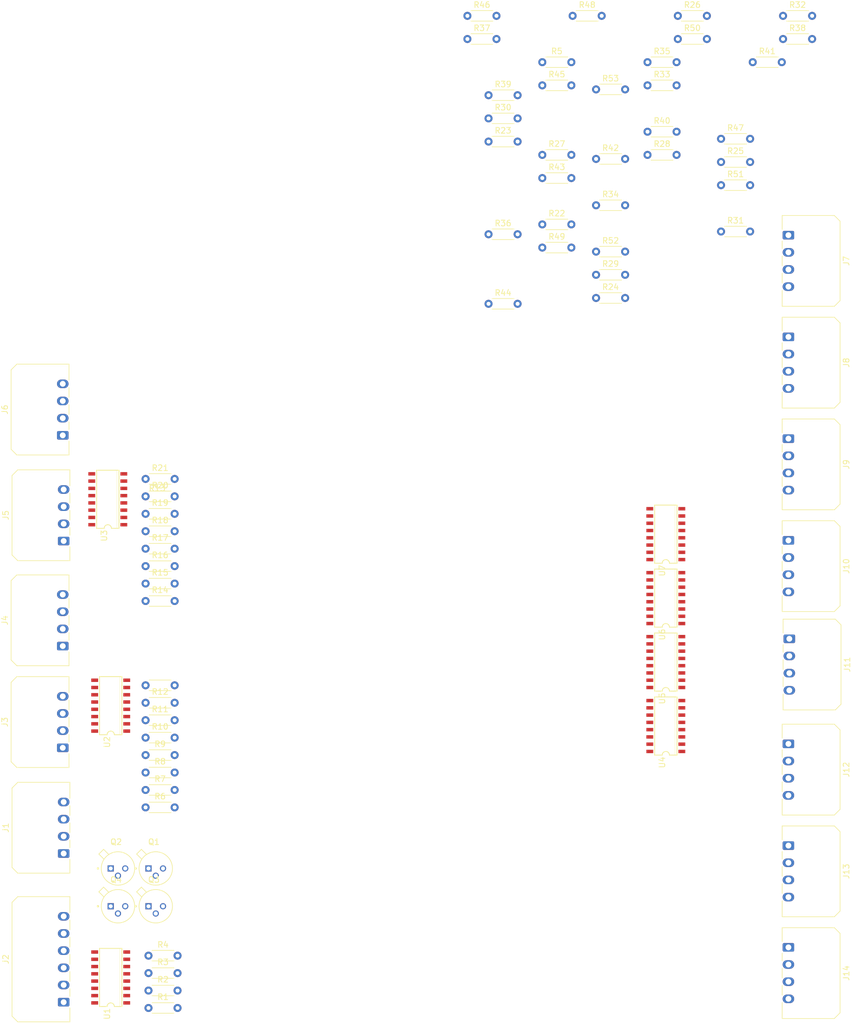
<source format=kicad_pcb>
(kicad_pcb (version 20211014) (generator pcbnew)
  (layers (0 "F.Cu" signal) (31 "B.Cu" signal) (34 "B.Paste" user) (35 "F.Paste" user) (36 "B.SilkS" user "B.Silkscreen") (37 "F.SilkS" user "F.Silkscreen") (38 "B.Mask" user) (39 "F.Mask" user) (44 "Edge.Cuts" user))
  (net 0 "")
  (net 1 "Net-(J1-Pad1)")
  (net 2 "Net-(J1-Pad2)")
  (net 3 "Net-(J1-Pad3)")
  (net 4 "Net-(J1-Pad4)")
  (net 5 "GND")
  (net 6 "Net-(J2-Pad2)")
  (net 7 "Net-(J2-Pad3)")
  (net 8 "Net-(J2-Pad4)")
  (net 9 "Net-(J2-Pad5)")
  (net 10 "+5V")
  (net 11 "Net-(J3-Pad1)")
  (net 12 "Net-(J3-Pad2)")
  (net 13 "Net-(J3-Pad3)")
  (net 14 "Net-(J3-Pad4)")
  (net 15 "Net-(J4-Pad1)")
  (net 16 "Net-(J4-Pad2)")
  (net 17 "Net-(J4-Pad3)")
  (net 18 "Net-(J4-Pad4)")
  (net 19 "Net-(J5-Pad1)")
  (net 20 "Net-(J5-Pad2)")
  (net 21 "Net-(J5-Pad3)")
  (net 22 "Net-(J5-Pad4)")
  (net 23 "Net-(J6-Pad1)")
  (net 24 "Net-(J6-Pad2)")
  (net 25 "Net-(J6-Pad3)")
  (net 26 "Net-(J6-Pad4)")
  (net 27 "Net-(J7-Pad1)")
  (net 28 "Net-(J7-Pad2)")
  (net 29 "Net-(J7-Pad3)")
  (net 30 "Net-(J7-Pad4)")
  (net 31 "Net-(J8-Pad1)")
  (net 32 "Net-(J8-Pad2)")
  (net 33 "Net-(J8-Pad3)")
  (net 34 "Net-(J8-Pad4)")
  (net 35 "Net-(J9-Pad1)")
  (net 36 "Net-(J9-Pad2)")
  (net 37 "Net-(J9-Pad3)")
  (net 38 "Net-(J9-Pad4)")
  (net 39 "Net-(J10-Pad1)")
  (net 40 "Net-(J10-Pad2)")
  (net 41 "Net-(J10-Pad3)")
  (net 42 "Net-(J10-Pad4)")
  (net 43 "Net-(J11-Pad1)")
  (net 44 "Net-(J11-Pad2)")
  (net 45 "Net-(J11-Pad3)")
  (net 46 "Net-(J11-Pad4)")
  (net 47 "Net-(J12-Pad1)")
  (net 48 "Net-(J12-Pad2)")
  (net 49 "Net-(J12-Pad3)")
  (net 50 "Net-(J12-Pad4)")
  (net 51 "Net-(J13-Pad1)")
  (net 52 "Net-(J13-Pad2)")
  (net 53 "Net-(J13-Pad3)")
  (net 54 "Net-(J13-Pad4)")
  (net 55 "Net-(J14-Pad1)")
  (net 56 "Net-(J14-Pad2)")
  (net 57 "Net-(J14-Pad3)")
  (net 58 "Net-(J14-Pad4)")
  (net 59 "Net-(J2-Pad6)")
  (net 60 "Net-(Q1-Pad2)")
  (net 61 "Net-(Q2-Pad2)")
  (net 62 "Net-(Q3-Pad2)")
  (net 63 "Net-(R1-Pad1)")
  (net 64 "Net-(R2-Pad1)")
  (net 65 "Net-(R3-Pad1)")
  (net 66 "Net-(R4-Pad1)")
  (net 67 "Net-(R6-Pad2)")
  (net 68 "Net-(R7-Pad2)")
  (net 69 "Net-(R8-Pad2)")
  (net 70 "Net-(R9-Pad2)")
  (net 71 "Net-(R10-Pad2)")
  (net 72 "Net-(R11-Pad2)")
  (net 73 "Net-(R12-Pad2)")
  (net 74 "Net-(R13-Pad2)")
  (net 75 "Net-(R14-Pad2)")
  (net 76 "Net-(R15-Pad2)")
  (net 77 "Net-(R16-Pad2)")
  (net 78 "Net-(R17-Pad2)")
  (net 79 "Net-(R18-Pad2)")
  (net 80 "Net-(R19-Pad2)")
  (net 81 "Net-(R20-Pad2)")
  (net 82 "Net-(R21-Pad2)")
  (net 83 "Net-(R22-Pad2)")
  (net 84 "Net-(R23-Pad2)")
  (net 85 "Net-(R24-Pad2)")
  (net 86 "Net-(R25-Pad2)")
  (net 87 "Net-(R26-Pad2)")
  (net 88 "Net-(R27-Pad2)")
  (net 89 "Net-(R28-Pad2)")
  (net 90 "Net-(R29-Pad2)")
  (net 91 "Net-(R30-Pad2)")
  (net 92 "Net-(R31-Pad2)")
  (net 93 "Net-(R32-Pad2)")
  (net 94 "Net-(R33-Pad2)")
  (net 95 "Net-(R34-Pad2)")
  (net 96 "Net-(R35-Pad2)")
  (net 97 "Net-(R36-Pad2)")
  (net 98 "Net-(R37-Pad2)")
  (net 99 "Net-(R38-Pad2)")
  (net 100 "Net-(R39-Pad2)")
  (net 101 "Net-(R40-Pad2)")
  (net 102 "Net-(R41-Pad2)")
  (net 103 "Net-(R42-Pad2)")
  (net 104 "Net-(R43-Pad2)")
  (net 105 "Net-(R44-Pad2)")
  (net 106 "Net-(R45-Pad2)")
  (net 107 "Net-(R46-Pad2)")
  (net 108 "Net-(R47-Pad2)")
  (net 109 "Net-(R48-Pad2)")
  (net 110 "Net-(R49-Pad2)")
  (net 111 "Net-(R50-Pad2)")
  (net 112 "Net-(R51-Pad2)")
  (net 113 "Net-(R52-Pad2)")
  (net 114 "Net-(R53-Pad2)")
  (net 119 "Net-(U1-Pad9)")
  (net 120 "Net-(U2-Pad9)")
  (net 121 "Net-(U3-Pad9)")
  (net 122 "Net-(U4-Pad9)")
  (net 123 "Net-(U5-Pad9)")
  (net 124 "Net-(U6-Pad9)")
  (net 126 "Net-(Q4-Pad2)")
  (footprint "Resistor_THT:R_Axial_DIN0204_L3.6mm_D1.6mm_P5.08mm_Horizontal" (layer "F.Cu") (at 96.012 34.544)
    (fp_text reference "R39" (at 2.54 -1.92) (layer "F.SilkS"))
    (fp_text value "330")
    (pad "1" thru_hole circle locked (at 0 0) (size 1.4 1.4) (drill 0.7) (layers *.Cu *.Mask) (net 45 "Net-(J11-Pad3)"))
    (pad "2" thru_hole oval locked (at 5.08 0) (size 1.4 1.4) (drill 0.7) (layers *.Cu *.Mask) (net 100 "Net-(R39-Pad2)"))
  )
  (footprint "74HC595:SO16" (layer "F.Cu") (at 127 111.252 90)
    (fp_text reference "U7" (at -6.36252 -0.63624 90) (layer "F.SilkS") (effects (font (size 1.001969 1.001969))))
    (fp_text value "74HC595")
    (pad "1" smd rect locked (at -4.445 2.8 90) (size 0.6 1.2) (layers "F.Cu" "F.Paste" "F.Mask") (net 113 "Net-(R52-Pad2)"))
    (pad "2" smd rect locked (at -3.175 2.8 90) (size 0.6 1.2) (layers "F.Cu" "F.Paste" "F.Mask") (net 112 "Net-(R51-Pad2)"))
    (pad "3" smd rect locked (at -1.905 2.8 90) (size 0.6 1.2) (layers "F.Cu" "F.Paste" "F.Mask") (net 111 "Net-(R50-Pad2)"))
    (pad "4" smd rect locked (at -0.635 2.8 90) (size 0.6 1.2) (layers "F.Cu" "F.Paste" "F.Mask") (net 110 "Net-(R49-Pad2)"))
    (pad "5" smd rect locked (at 0.635 2.8 90) (size 0.6 1.2) (layers "F.Cu" "F.Paste" "F.Mask") (net 109 "Net-(R48-Pad2)"))
    (pad "6" smd rect locked (at 1.905 2.8 90) (size 0.6 1.2) (layers "F.Cu" "F.Paste" "F.Mask") (net 108 "Net-(R47-Pad2)"))
    (pad "7" smd rect locked (at 3.175 2.8 90) (size 0.6 1.2) (layers "F.Cu" "F.Paste" "F.Mask") (net 107 "Net-(R46-Pad2)"))
    (pad "8" smd rect locked (at 4.445 2.8 90) (size 0.6 1.2) (layers "F.Cu" "F.Paste" "F.Mask") (net 5 "GND"))
    (pad "9" smd rect locked (at 4.445 -2.8 90) (size 0.6 1.2) (layers "F.Cu" "F.Paste" "F.Mask"))
    (pad "10" smd rect locked (at 3.175 -2.8 90) (size 0.6 1.2) (layers "F.Cu" "F.Paste" "F.Mask") (net 59 "Net-(J2-Pad6)"))
    (pad "11" smd rect locked (at 1.905 -2.8 90) (size 0.6 1.2) (layers "F.Cu" "F.Paste" "F.Mask") (net 9 "Net-(J2-Pad5)"))
    (pad "12" smd rect locked (at 0.635 -2.8 90) (size 0.6 1.2) (layers "F.Cu" "F.Paste" "F.Mask") (net 7 "Net-(J2-Pad3)"))
    (pad "13" smd rect locked (at -0.635 -2.8 90) (size 0.6 1.2) (layers "F.Cu" "F.Paste" "F.Mask") (net 6 "Net-(J2-Pad2)"))
    (pad "14" smd rect locked (at -1.905 -2.8 90) (size 0.6 1.2) (layers "F.Cu" "F.Paste" "F.Mask") (net 124 "Net-(U6-Pad9)"))
    (pad "15" smd rect locked (at -3.175 -2.8 90) (size 0.6 1.2) (layers "F.Cu" "F.Paste" "F.Mask") (net 114 "Net-(R53-Pad2)"))
    (pad "16" smd rect locked (at -4.445 -2.8 90) (size 0.6 1.2) (layers "F.Cu" "F.Paste" "F.Mask") (net 59 "Net-(J2-Pad6)"))
  )
  (footprint "Resistor_THT:R_Axial_DIN0204_L3.6mm_D1.6mm_P5.08mm_Horizontal" (layer "F.Cu") (at 96.012 42.644)
    (fp_text reference "R23" (at 2.54 -1.92) (layer "F.SilkS"))
    (fp_text value "330")
    (pad "1" thru_hole circle locked (at 0 0) (size 1.4 1.4) (drill 0.7) (layers *.Cu *.Mask) (net 29 "Net-(J7-Pad3)"))
    (pad "2" thru_hole oval locked (at 5.08 0) (size 1.4 1.4) (drill 0.7) (layers *.Cu *.Mask) (net 84 "Net-(R23-Pad2)"))
  )
  (footprint "74HC595:SO16" (layer "F.Cu") (at 29.972 141.224 90)
    (fp_text reference "U2" (at -6.36252 -0.63624 90) (layer "F.SilkS") (effects (font (size 1.001969 1.001969))))
    (fp_text value "74HC595")
    (pad "1" smd rect locked (at -4.445 2.8 90) (size 0.6 1.2) (layers "F.Cu" "F.Paste" "F.Mask") (net 73 "Net-(R12-Pad2)"))
    (pad "2" smd rect locked (at -3.175 2.8 90) (size 0.6 1.2) (layers "F.Cu" "F.Paste" "F.Mask") (net 72 "Net-(R11-Pad2)"))
    (pad "3" smd rect locked (at -1.905 2.8 90) (size 0.6 1.2) (layers "F.Cu" "F.Paste" "F.Mask") (net 71 "Net-(R10-Pad2)"))
    (pad "4" smd rect locked (at -0.635 2.8 90) (size 0.6 1.2) (layers "F.Cu" "F.Paste" "F.Mask") (net 70 "Net-(R9-Pad2)"))
    (pad "5" smd rect locked (at 0.635 2.8 90) (size 0.6 1.2) (layers "F.Cu" "F.Paste" "F.Mask") (net 69 "Net-(R8-Pad2)"))
    (pad "6" smd rect locked (at 1.905 2.8 90) (size 0.6 1.2) (layers "F.Cu" "F.Paste" "F.Mask") (net 68 "Net-(R7-Pad2)"))
    (pad "7" smd rect locked (at 3.175 2.8 90) (size 0.6 1.2) (layers "F.Cu" "F.Paste" "F.Mask") (net 67 "Net-(R6-Pad2)"))
    (pad "8" smd rect locked (at 4.445 2.8 90) (size 0.6 1.2) (layers "F.Cu" "F.Paste" "F.Mask") (net 5 "GND"))
    (pad "9" smd rect locked (at 4.445 -2.8 90) (size 0.6 1.2) (layers "F.Cu" "F.Paste" "F.Mask") (net 120 "Net-(U2-Pad9)"))
    (pad "10" smd rect locked (at 3.175 -2.8 90) (size 0.6 1.2) (layers "F.Cu" "F.Paste" "F.Mask") (net 59 "Net-(J2-Pad6)"))
    (pad "11" smd rect locked (at 1.905 -2.8 90) (size 0.6 1.2) (layers "F.Cu" "F.Paste" "F.Mask") (net 9 "Net-(J2-Pad5)"))
    (pad "12" smd rect locked (at 0.635 -2.8 90) (size 0.6 1.2) (layers "F.Cu" "F.Paste" "F.Mask") (net 7 "Net-(J2-Pad3)"))
    (pad "13" smd rect locked (at -0.635 -2.8 90) (size 0.6 1.2) (layers "F.Cu" "F.Paste" "F.Mask") (net 6 "Net-(J2-Pad2)"))
    (pad "14" smd rect locked (at -1.905 -2.8 90) (size 0.6 1.2) (layers "F.Cu" "F.Paste" "F.Mask") (net 119 "Net-(U1-Pad9)"))
    (pad "15" smd rect locked (at -3.175 -2.8 90) (size 0.6 1.2) (layers "F.Cu" "F.Paste" "F.Mask") (net 74 "Net-(R13-Pad2)"))
    (pad "16" smd rect locked (at -4.445 -2.8 90) (size 0.6 1.2) (layers "F.Cu" "F.Paste" "F.Mask") (net 59 "Net-(J2-Pad6)"))
  )
  (footprint "Resistor_THT:R_Axial_DIN0204_L3.6mm_D1.6mm_P5.08mm_Horizontal" (layer "F.Cu") (at 114.808 33.528)
    (fp_text reference "R53" (at 2.54 -1.92) (layer "F.SilkS"))
    (fp_text value "330")
    (pad "1" thru_hole circle locked (at 0 0) (size 1.4 1.4) (drill 0.7) (layers *.Cu *.Mask) (net 55 "Net-(J14-Pad1)"))
    (pad "2" thru_hole oval locked (at 5.08 0) (size 1.4 1.4) (drill 0.7) (layers *.Cu *.Mask) (net 114 "Net-(R53-Pad2)"))
  )
  (footprint "Connector_Molex:Molex_Micro-Fit_3.0_43650-0400_1x04_P3.00mm_Horizontal" (layer "F.Cu") (at 21.59 130.81 90)
    (fp_text reference "J4" (at 4.5 -10.12 90) (layer "F.SilkS"))
    (fp_text value "Conn_01x04_Female")
    (pad "" np_thru_hole circle locked (at 2.15 -4.32 90) (size 3 3) (drill 3) (layers *.Cu *.Mask))
    (pad "" np_thru_hole circle locked (at 6.85 -4.32 90) (size 3 3) (drill 3) (layers *.Cu *.Mask))
    (pad "1" thru_hole roundrect locked (at 0 0 90) (size 1.5 2.02) (drill 1.02) (layers *.Cu *.Mask) (roundrect_rratio 0.166667) (net 15 "Net-(J4-Pad1)"))
    (pad "2" thru_hole oval locked (at 3 0 90) (size 1.5 2.02) (drill 1.02) (layers *.Cu *.Mask) (net 16 "Net-(J4-Pad2)"))
    (pad "3" thru_hole oval locked (at 6 0 90) (size 1.5 2.02) (drill 1.02) (layers *.Cu *.Mask) (net 17 "Net-(J4-Pad3)"))
    (pad "4" thru_hole oval locked (at 9 0 90) (size 1.5 2.02) (drill 1.02) (layers *.Cu *.Mask) (net 18 "Net-(J4-Pad4)"))
  )
  (footprint "Resistor_THT:R_Axial_DIN0204_L3.6mm_D1.6mm_P5.08mm_Horizontal" (layer "F.Cu") (at 36.068 122.936)
    (fp_text reference "R14" (at 2.54 -1.92) (layer "F.SilkS"))
    (fp_text value "330")
    (pad "1" thru_hole circle locked (at 0 0) (size 1.4 1.4) (drill 0.7) (layers *.Cu *.Mask) (net 22 "Net-(J5-Pad4)"))
    (pad "2" thru_hole oval locked (at 5.08 0) (size 1.4 1.4) (drill 0.7) (layers *.Cu *.Mask) (net 75 "Net-(R14-Pad2)"))
  )
  (footprint "Resistor_THT:R_Axial_DIN0204_L3.6mm_D1.6mm_P5.08mm_Horizontal" (layer "F.Cu") (at 105.41 28.772)
    (fp_text reference "R5" (at 2.54 -1.92) (layer "F.SilkS"))
    (fp_text value "10000")
    (pad "1" thru_hole circle locked (at 0 0) (size 1.4 1.4) (drill 0.7) (layers *.Cu *.Mask) (net 10 "+5V"))
    (pad "2" thru_hole oval locked (at 5.08 0) (size 1.4 1.4) (drill 0.7) (layers *.Cu *.Mask) (net 6 "Net-(J2-Pad2)"))
  )
  (footprint "Resistor_THT:R_Axial_DIN0204_L3.6mm_D1.6mm_P5.08mm_Horizontal" (layer "F.Cu") (at 36.068 107.696)
    (fp_text reference "R19" (at 2.54 -1.92) (layer "F.SilkS"))
    (fp_text value "330")
    (pad "1" thru_hole circle locked (at 0 0) (size 1.4 1.4) (drill 0.7) (layers *.Cu *.Mask) (net 25 "Net-(J6-Pad3)"))
    (pad "2" thru_hole oval locked (at 5.08 0) (size 1.4 1.4) (drill 0.7) (layers *.Cu *.Mask) (net 80 "Net-(R19-Pad2)"))
  )
  (footprint "Resistor_THT:R_Axial_DIN0204_L3.6mm_D1.6mm_P5.08mm_Horizontal" (layer "F.Cu") (at 136.652 42.164)
    (fp_text reference "R47" (at 2.54 -1.92) (layer "F.SilkS"))
    (fp_text value "330")
    (pad "1" thru_hole circle locked (at 0 0) (size 1.4 1.4) (drill 0.7) (layers *.Cu *.Mask) (net 53 "Net-(J13-Pad3)"))
    (pad "2" thru_hole oval locked (at 5.08 0) (size 1.4 1.4) (drill 0.7) (layers *.Cu *.Mask) (net 108 "Net-(R47-Pad2)"))
  )
  (footprint "Connector_Molex:Molex_Micro-Fit_3.0_43650-0400_1x04_P3.00mm_Horizontal" (layer "F.Cu") (at 148.43 59 -90)
    (fp_text reference "J7" (at 4.5 -10.12 90) (layer "F.SilkS"))
    (fp_text value "Conn_01x04_Female")
    (pad "" np_thru_hole circle locked (at 2.15 -4.32 270) (size 3 3) (drill 3) (layers *.Cu *.Mask))
    (pad "" np_thru_hole circle locked (at 6.85 -4.32 270) (size 3 3) (drill 3) (layers *.Cu *.Mask))
    (pad "1" thru_hole roundrect locked (at 0 0 270) (size 1.5 2.02) (drill 1.02) (layers *.Cu *.Mask) (roundrect_rratio 0.166667) (net 27 "Net-(J7-Pad1)"))
    (pad "2" thru_hole oval locked (at 3 0 270) (size 1.5 2.02) (drill 1.02) (layers *.Cu *.Mask) (net 28 "Net-(J7-Pad2)"))
    (pad "3" thru_hole oval locked (at 6 0 270) (size 1.5 2.02) (drill 1.02) (layers *.Cu *.Mask) (net 29 "Net-(J7-Pad3)"))
    (pad "4" thru_hole oval locked (at 9 0 270) (size 1.5 2.02) (drill 1.02) (layers *.Cu *.Mask) (net 30 "Net-(J7-Pad4)"))
  )
  (footprint "Resistor_THT:R_Axial_DIN0204_L3.6mm_D1.6mm_P5.08mm_Horizontal" (layer "F.Cu") (at 136.652 50.264)
    (fp_text reference "R51" (at 2.54 -1.92) (layer "F.SilkS"))
    (fp_text value "330")
    (pad "1" thru_hole circle locked (at 0 0) (size 1.4 1.4) (drill 0.7) (layers *.Cu *.Mask) (net 57 "Net-(J14-Pad3)"))
    (pad "2" thru_hole oval locked (at 5.08 0) (size 1.4 1.4) (drill 0.7) (layers *.Cu *.Mask) (net 112 "Net-(R51-Pad2)"))
  )
  (footprint "Resistor_THT:R_Axial_DIN0204_L3.6mm_D1.6mm_P5.08mm_Horizontal" (layer "F.Cu") (at 36.068 116.84)
    (fp_text reference "R16" (at 2.54 -1.92) (layer "F.SilkS"))
    (fp_text value "330")
    (pad "1" thru_hole circle locked (at 0 0) (size 1.4 1.4) (drill 0.7) (layers *.Cu *.Mask) (net 20 "Net-(J5-Pad2)"))
    (pad "2" thru_hole oval locked (at 5.08 0) (size 1.4 1.4) (drill 0.7) (layers *.Cu *.Mask) (net 77 "Net-(R16-Pad2)"))
  )
  (footprint "Resistor_THT:R_Axial_DIN0204_L3.6mm_D1.6mm_P5.08mm_Horizontal" (layer "F.Cu") (at 136.652 46.214)
    (fp_text reference "R25" (at 2.54 -1.92) (layer "F.SilkS"))
    (fp_text value "330")
    (pad "1" thru_hole circle locked (at 0 0) (size 1.4 1.4) (drill 0.7) (layers *.Cu *.Mask) (net 27 "Net-(J7-Pad1)"))
    (pad "2" thru_hole oval locked (at 5.08 0) (size 1.4 1.4) (drill 0.7) (layers *.Cu *.Mask) (net 86 "Net-(R25-Pad2)"))
  )
  (footprint "74HC595:SO16" (layer "F.Cu") (at 127 144.78 90)
    (fp_text reference "U4" (at -6.36252 -0.63624 90) (layer "F.SilkS") (effects (font (size 1.001969 1.001969))))
    (fp_text value "74HC595")
    (pad "1" smd rect locked (at -4.445 2.8 90) (size 0.6 1.2) (layers "F.Cu" "F.Paste" "F.Mask") (net 89 "Net-(R28-Pad2)"))
    (pad "2" smd rect locked (at -3.175 2.8 90) (size 0.6 1.2) (layers "F.Cu" "F.Paste" "F.Mask") (net 88 "Net-(R27-Pad2)"))
    (pad "3" smd rect locked (at -1.905 2.8 90) (size 0.6 1.2) (layers "F.Cu" "F.Paste" "F.Mask") (net 87 "Net-(R26-Pad2)"))
    (pad "4" smd rect locked (at -0.635 2.8 90) (size 0.6 1.2) (layers "F.Cu" "F.Paste" "F.Mask") (net 86 "Net-(R25-Pad2)"))
    (pad "5" smd rect locked (at 0.635 2.8 90) (size 0.6 1.2) (layers "F.Cu" "F.Paste" "F.Mask") (net 85 "Net-(R24-Pad2)"))
    (pad "6" smd rect locked (at 1.905 2.8 90) (size 0.6 1.2) (layers "F.Cu" "F.Paste" "F.Mask") (net 84 "Net-(R23-Pad2)"))
    (pad "7" smd rect locked (at 3.175 2.8 90) (size 0.6 1.2) (layers "F.Cu" "F.Paste" "F.Mask") (net 83 "Net-(R22-Pad2)"))
    (pad "8" smd rect locked (at 4.445 2.8 90) (size 0.6 1.2) (layers "F.Cu" "F.Paste" "F.Mask") (net 5 "GND"))
    (pad "9" smd rect locked (at 4.445 -2.8 90) (size 0.6 1.2) (layers "F.Cu" "F.Paste" "F.Mask") (net 122 "Net-(U4-Pad9)"))
    (pad "10" smd rect locked (at 3.175 -2.8 90) (size 0.6 1.2) (layers "F.Cu" "F.Paste" "F.Mask") (net 59 "Net-(J2-Pad6)"))
    (pad "11" smd rect locked (at 1.905 -2.8 90) (size 0.6 1.2) (layers "F.Cu" "F.Paste" "F.Mask") (net 9 "Net-(J2-Pad5)"))
    (pad "12" smd rect locked (at 0.635 -2.8 90) (size 0.6 1.2) (layers "F.Cu" "F.Paste" "F.Mask") (net 7 "Net-(J2-Pad3)"))
    (pad "13" smd rect locked (at -0.635 -2.8 90) (size 0.6 1.2) (layers "F.Cu" "F.Paste" "F.Mask") (net 6 "Net-(J2-Pad2)"))
    (pad "14" smd rect locked (at -1.905 -2.8 90) (size 0.6 1.2) (layers "F.Cu" "F.Paste" "F.Mask") (net 121 "Net-(U3-Pad9)"))
    (pad "15" smd rect locked (at -3.175 -2.8 90) (size 0.6 1.2) (layers "F.Cu" "F.Paste" "F.Mask") (net 90 "Net-(R29-Pad2)"))
    (pad "16" smd rect locked (at -4.445 -2.8 90) (size 0.6 1.2) (layers "F.Cu" "F.Paste" "F.Mask") (net 59 "Net-(J2-Pad6)"))
  )
  (footprint "Resistor_THT:R_Axial_DIN0204_L3.6mm_D1.6mm_P5.08mm_Horizontal" (layer "F.Cu") (at 36.068 101.6)
    (fp_text reference "R21" (at 2.54 -1.92) (layer "F.SilkS"))
    (fp_text value "330")
    (pad "1" thru_hole circle locked (at 0 0) (size 1.4 1.4) (drill 0.7) (layers *.Cu *.Mask) (net 23 "Net-(J6-Pad1)"))
    (pad "2" thru_hole oval locked (at 5.08 0) (size 1.4 1.4) (drill 0.7) (layers *.Cu *.Mask) (net 82 "Net-(R21-Pad2)"))
  )
  (footprint "2N2222:TO127P584H533-3" (layer "F.Cu") (at 37.846 169.672)
    (fp_text reference "Q1" (at -0.325 -4.635) (layer "F.SilkS"))
    (fp_text value "2N2222")
    (pad "1" thru_hole rect locked (at -1.27 0) (size 1.08 1.08) (drill 0.68) (layers *.Cu *.Mask) (net 4 "Net-(J1-Pad4)"))
    (pad "2" thru_hole circle locked (at 0 1.27) (size 1.08 1.08) (drill 0.68) (layers *.Cu *.Mask) (net 60 "Net-(Q1-Pad2)"))
    (pad "3" thru_hole circle locked (at 1.27 0) (size 1.08 1.08) (drill 0.68) (layers *.Cu *.Mask) (net 5 "GND"))
  )
  (footprint "Resistor_THT:R_Axial_DIN0204_L3.6mm_D1.6mm_P5.08mm_Horizontal" (layer "F.Cu") (at 36.068 146.812)
    (fp_text reference "R10" (at 2.54 -1.92) (layer "F.SilkS"))
    (fp_text value "330")
    (pad "1" thru_hole circle locked (at 0 0) (size 1.4 1.4) (drill 0.7) (layers *.Cu *.Mask) (net 18 "Net-(J4-Pad4)"))
    (pad "2" thru_hole oval locked (at 5.08 0) (size 1.4 1.4) (drill 0.7) (layers *.Cu *.Mask) (net 71 "Net-(R10-Pad2)"))
  )
  (footprint "Resistor_THT:R_Axial_DIN0204_L3.6mm_D1.6mm_P5.08mm_Horizontal" (layer "F.Cu") (at 114.808 65.928)
    (fp_text reference "R29" (at 2.54 -1.92) (layer "F.SilkS"))
    (fp_text value "330")
    (pad "1" thru_hole circle locked (at 0 0) (size 1.4 1.4) (drill 0.7) (layers *.Cu *.Mask) (net 31 "Net-(J8-Pad1)"))
    (pad "2" thru_hole oval locked (at 5.08 0) (size 1.4 1.4) (drill 0.7) (layers *.Cu *.Mask) (net 90 "Net-(R29-Pad2)"))
  )
  (footprint "Resistor_THT:R_Axial_DIN0204_L3.6mm_D1.6mm_P5.08mm_Horizontal" (layer "F.Cu") (at 96.012 38.594)
    (fp_text reference "R30" (at 2.54 -1.92) (layer "F.SilkS"))
    (fp_text value "330")
    (pad "1" thru_hole circle locked (at 0 0) (size 1.4 1.4) (drill 0.7) (layers *.Cu *.Mask) (net 38 "Net-(J9-Pad4)"))
    (pad "2" thru_hole oval locked (at 5.08 0) (size 1.4 1.4) (drill 0.7) (layers *.Cu *.Mask) (net 91 "Net-(R30-Pad2)"))
  )
  (footprint "Resistor_THT:R_Axial_DIN0204_L3.6mm_D1.6mm_P5.08mm_Horizontal" (layer "F.Cu") (at 36.068 104.648)
    (fp_text reference "R20" (at 2.54 -1.92) (layer "F.SilkS"))
    (fp_text value "330")
    (pad "1" thru_hole circle locked (at 0 0) (size 1.4 1.4) (drill 0.7) (layers *.Cu *.Mask) (net 24 "Net-(J6-Pad2)"))
    (pad "2" thru_hole oval locked (at 5.08 0) (size 1.4 1.4) (drill 0.7) (layers *.Cu *.Mask) (net 81 "Net-(R20-Pad2)"))
  )
  (footprint "Resistor_THT:R_Axial_DIN0204_L3.6mm_D1.6mm_P5.08mm_Horizontal" (layer "F.Cu") (at 129.1 24.722)
    (fp_text reference "R50" (at 2.54 -1.92) (layer "F.SilkS"))
    (fp_text value "330")
    (pad "1" thru_hole circle locked (at 0 0) (size 1.4 1.4) (drill 0.7) (layers *.Cu *.Mask) (net 58 "Net-(J14-Pad4)"))
    (pad "2" thru_hole oval locked (at 5.08 0) (size 1.4 1.4) (drill 0.7) (layers *.Cu *.Mask) (net 111 "Net-(R50-Pad2)"))
  )
  (footprint "Resistor_THT:R_Axial_DIN0204_L3.6mm_D1.6mm_P5.08mm_Horizontal" (layer "F.Cu") (at 105.41 61.172)
    (fp_text reference "R49" (at 2.54 -1.92) (layer "F.SilkS"))
    (fp_text value "330")
    (pad "1" thru_hole circle locked (at 0 0) (size 1.4 1.4) (drill 0.7) (layers *.Cu *.Mask) (net 51 "Net-(J13-Pad1)"))
    (pad "2" thru_hole oval locked (at 5.08 0) (size 1.4 1.4) (drill 0.7) (layers *.Cu *.Mask) (net 110 "Net-(R49-Pad2)"))
  )
  (footprint "Resistor_THT:R_Axial_DIN0204_L3.6mm_D1.6mm_P5.08mm_Horizontal" (layer "F.Cu") (at 114.808 69.978)
    (fp_text reference "R24" (at 2.54 -1.92) (layer "F.SilkS"))
    (fp_text value "330")
    (pad "1" thru_hole circle locked (at 0 0) (size 1.4 1.4) (drill 0.7) (layers *.Cu *.Mask) (net 28 "Net-(J7-Pad2)"))
    (pad "2" thru_hole oval locked (at 5.08 0) (size 1.4 1.4) (drill 0.7) (layers *.Cu *.Mask) (net 85 "Net-(R24-Pad2)"))
  )
  (footprint "Resistor_THT:R_Axial_DIN0204_L3.6mm_D1.6mm_P5.08mm_Horizontal" (layer "F.Cu") (at 123.8 44.972)
    (fp_text reference "R28" (at 2.54 -1.92) (layer "F.SilkS"))
    (fp_text value "330")
    (pad "1" thru_hole circle locked (at 0 0) (size 1.4 1.4) (drill 0.7) (layers *.Cu *.Mask) (net 32 "Net-(J8-Pad2)"))
    (pad "2" thru_hole oval locked (at 5.08 0) (size 1.4 1.4) (drill 0.7) (layers *.Cu *.Mask) (net 89 "Net-(R28-Pad2)"))
  )
  (footprint "74HC595:SO16" (layer "F.Cu") (at 127 122.428 90)
    (fp_text reference "U6" (at -6.36252 -0.63624 90) (layer "F.SilkS") (effects (font (size 1.001969 1.001969))))
    (fp_text value "74HC595")
    (pad "1" smd rect locked (at -4.445 2.8 90) (size 0.6 1.2) (layers "F.Cu" "F.Paste" "F.Mask") (net 105 "Net-(R44-Pad2)"))
    (pad "2" smd rect locked (at -3.175 2.8 90) (size 0.6 1.2) (layers "F.Cu" "F.Paste" "F.Mask") (net 104 "Net-(R43-Pad2)"))
    (pad "3" smd rect locked (at -1.905 2.8 90) (size 0.6 1.2) (layers "F.Cu" "F.Paste" "F.Mask") (net 103 "Net-(R42-Pad2)"))
    (pad "4" smd rect locked (at -0.635 2.8 90) (size 0.6 1.2) (layers "F.Cu" "F.Paste" "F.Mask") (net 102 "Net-(R41-Pad2)"))
    (pad "5" smd rect locked (at 0.635 2.8 90) (size 0.6 1.2) (layers "F.Cu" "F.Paste" "F.Mask") (net 101 "Net-(R40-Pad2)"))
    (pad "6" smd rect locked (at 1.905 2.8 90) (size 0.6 1.2) (layers "F.Cu" "F.Paste" "F.Mask") (net 100 "Net-(R39-Pad2)"))
    (pad "7" smd rect locked (at 3.175 2.8 90) (size 0.6 1.2) (layers "F.Cu" "F.Paste" "F.Mask") (net 99 "Net-(R38-Pad2)"))
    (pad "8" smd rect locked (at 4.445 2.8 90) (size 0.6 1.2) (layers "F.Cu" "F.Paste" "F.Mask") (net 5 "GND"))
    (pad "9" smd rect locked (at 4.445 -2.8 90) (size 0.6 1.2) (layers "F.Cu" "F.Paste" "F.Mask") (net 124 "Net-(U6-Pad9)"))
    (pad "10" smd rect locked (at 3.175 -2.8 90) (size 0.6 1.2) (layers "F.Cu" "F.Paste" "F.Mask") (net 59 "Net-(J2-Pad6)"))
    (pad "11" smd rect locked (at 1.905 -2.8 90) (size 0.6 1.2) (layers "F.Cu" "F.Paste" "F.Mask") (net 9 "Net-(J2-Pad5)"))
    (pad "12" smd rect locked (at 0.635 -2.8 90) (size 0.6 1.2) (layers "F.Cu" "F.Paste" "F.Mask") (net 7 "Net-(J2-Pad3)"))
    (pad "13" smd rect locked (at -0.635 -2.8 90) (size 0.6 1.2) (layers "F.Cu" "F.Paste" "F.Mask") (net 6 "Net-(J2-Pad2)"))
    (pad "14" smd rect locked (at -1.905 -2.8 90) (size 0.6 1.2) (layers "F.Cu" "F.Paste" "F.Mask") (net 123 "Net-(U5-Pad9)"))
    (pad "15" smd rect locked (at -3.175 -2.8 90) (size 0.6 1.2) (layers "F.Cu" "F.Paste" "F.Mask") (net 106 "Net-(R45-Pad2)"))
    (pad "16" smd rect locked (at -4.445 -2.8 90) (size 0.6 1.2) (layers "F.Cu" "F.Paste" "F.Mask") (net 59 "Net-(J2-Pad6)"))
  )
  (footprint "Connector_Molex:Molex_Micro-Fit_3.0_43650-0400_1x04_P3.00mm_Horizontal" (layer "F.Cu") (at 148.43 94.56 -90)
    (fp_text reference "J9" (at 4.5 -10.12 90) (layer "F.SilkS"))
    (fp_text value "Conn_01x04_Female")
    (pad "" np_thru_hole circle locked (at 2.15 -4.32 270) (size 3 3) (drill 3) (layers *.Cu *.Mask))
    (pad "" np_thru_hole circle locked (at 6.85 -4.32 270) (size 3 3) (drill 3) (layers *.Cu *.Mask))
    (pad "1" thru_hole roundrect locked (at 0 0 270) (size 1.5 2.02) (drill 1.02) (layers *.Cu *.Mask) (roundrect_rratio 0.166667) (net 35 "Net-(J9-Pad1)"))
    (pad "2" thru_hole oval locked (at 3 0 270) (size 1.5 2.02) (drill 1.02) (layers *.Cu *.Mask) (net 36 "Net-(J9-Pad2)"))
    (pad "3" thru_hole oval locked (at 6 0 270) (size 1.5 2.02) (drill 1.02) (layers *.Cu *.Mask) (net 37 "Net-(J9-Pad3)"))
    (pad "4" thru_hole oval locked (at 9 0 270) (size 1.5 2.02) (drill 1.02) (layers *.Cu *.Mask) (net 38 "Net-(J9-Pad4)"))
  )
  (footprint "Connector_Molex:Molex_Micro-Fit_3.0_43650-0400_1x04_P3.00mm_Horizontal" (layer "F.Cu") (at 148.43 183.46 -90)
    (fp_text reference "J14" (at 4.5 -10.12 90) (layer "F.SilkS"))
    (fp_text value "Conn_01x04_Female")
    (pad "" np_thru_hole circle locked (at 2.15 -4.32 270) (size 3 3) (drill 3) (layers *.Cu *.Mask))
    (pad "" np_thru_hole circle locked (at 6.85 -4.32 270) (size 3 3) (drill 3) (layers *.Cu *.Mask))
    (pad "1" thru_hole roundrect locked (at 0 0 270) (size 1.5 2.02) (drill 1.02) (layers *.Cu *.Mask) (roundrect_rratio 0.166667) (net 55 "Net-(J14-Pad1)"))
    (pad "2" thru_hole oval locked (at 3 0 270) (size 1.5 2.02) (drill 1.02) (layers *.Cu *.Mask) (net 56 "Net-(J14-Pad2)"))
    (pad "3" thru_hole oval locked (at 6 0 270) (size 1.5 2.02) (drill 1.02) (layers *.Cu *.Mask) (net 57 "Net-(J14-Pad3)"))
    (pad "4" thru_hole oval locked (at 9 0 270) (size 1.5 2.02) (drill 1.02) (layers *.Cu *.Mask) (net 58 "Net-(J14-Pad4)"))
  )
  (footprint "Connector_Molex:Molex_Micro-Fit_3.0_43650-0400_1x04_P3.00mm_Horizontal" (layer "F.Cu") (at 148.59 129.54 -90)
    (fp_text reference "J11" (at 4.5 -10.12 90) (layer "F.SilkS"))
    (fp_text value "Conn_01x04_Female")
    (pad "" np_thru_hole circle locked (at 6.85 -4.32 270) (size 3 3) (drill 3) (layers *.Cu *.Mask))
    (pad "" np_thru_hole circle locked (at 2.15 -4.32 270) (size 3 3) (drill 3) (layers *.Cu *.Mask))
    (pad "1" thru_hole roundrect locked (at 0 0 270) (size 1.5 2.02) (drill 1.02) (layers *.Cu *.Mask) (roundrect_rratio 0.166667) (net 43 "Net-(J11-Pad1)"))
    (pad "2" thru_hole oval locked (at 3 0 270) (size 1.5 2.02) (drill 1.02) (layers *.Cu *.Mask) (net 44 "Net-(J11-Pad2)"))
    (pad "3" thru_hole oval locked (at 6 0 270) (size 1.5 2.02) (drill 1.02) (layers *.Cu *.Mask) (net 45 "Net-(J11-Pad3)"))
    (pad "4" thru_hole oval locked (at 9 0 270) (size 1.5 2.02) (drill 1.02) (layers *.Cu *.Mask) (net 46 "Net-(J11-Pad4)"))
  )
  (footprint "Connector_Molex:Molex_Micro-Fit_3.0_43650-0400_1x04_P3.00mm_Horizontal" (layer "F.Cu") (at 21.75 167.06 90)
    (fp_text reference "J1" (at 4.5 -10.12 90) (layer "F.SilkS"))
    (fp_text value "Conn_01x04_Female")
    (pad "" np_thru_hole circle locked (at 6.85 -4.32 90) (size 3 3) (drill 3) (layers *.Cu *.Mask))
    (pad "" np_thru_hole circle locked (at 2.15 -4.32 90) (size 3 3) (drill 3) (layers *.Cu *.Mask))
    (pad "1" thru_hole roundrect locked (at 0 0 90) (size 1.5 2.02) (drill 1.02) (layers *.Cu *.Mask) (roundrect_rratio 0.166667) (net 1 "Net-(J1-Pad1)"))
    (pad "2" thru_hole oval locked (at 3 0 90) (size 1.5 2.02) (drill 1.02) (layers *.Cu *.Mask) (net 2 "Net-(J1-Pad2)"))
    (pad "3" thru_hole oval locked (at 6 0 90) (size 1.5 2.02) (drill 1.02) (layers *.Cu *.Mask) (net 3 "Net-(J1-Pad3)"))
    (pad "4" thru_hole oval locked (at 9 0 90) (size 1.5 2.02) (drill 1.02) (layers *.Cu *.Mask) (net 4 "Net-(J1-Pad4)"))
  )
  (footprint "Resistor_THT:R_Axial_DIN0204_L3.6mm_D1.6mm_P5.08mm_Horizontal" (layer "F.Cu") (at 105.41 32.822)
    (fp_text reference "R45" (at 2.54 -1.92) (layer "F.SilkS"))
    (fp_text value "330")
    (pad "1" thru_hole circle locked (at 0 0) (size 1.4 1.4) (drill 0.7) (layers *.Cu *.Mask) (net 47 "Net-(J12-Pad1)"))
    (pad "2" thru_hole oval locked (at 5.08 0) (size 1.4 1.4) (drill 0.7) (layers *.Cu *.Mask) (net 106 "Net-(R45-Pad2)"))
  )
  (footprint "Connector_Molex:Molex_Micro-Fit_3.0_43650-0400_1x04_P3.00mm_Horizontal" (layer "F.Cu") (at 148.43 147.9 -90)
    (fp_text reference "J12" (at 4.5 -10.12 90) (layer "F.SilkS"))
    (fp_text value "Conn_01x04_Female")
    (pad "" np_thru_hole circle locked (at 6.85 -4.32 270) (size 3 3) (drill 3) (layers *.Cu *.Mask))
    (pad "" np_thru_hole circle locked (at 2.15 -4.32 270) (size 3 3) (drill 3) (layers *.Cu *.Mask))
    (pad "1" thru_hole roundrect locked (at 0 0 270) (size 1.5 2.02) (drill 1.02) (layers *.Cu *.Mask) (roundrect_rratio 0.166667) (net 47 "Net-(J12-Pad1)"))
    (pad "2" thru_hole oval locked (at 3 0 270) (size 1.5 2.02) (drill 1.02) (layers *.Cu *.Mask) (net 48 "Net-(J12-Pad2)"))
    (pad "3" thru_hole oval locked (at 6 0 270) (size 1.5 2.02) (drill 1.02) (layers *.Cu *.Mask) (net 49 "Net-(J12-Pad3)"))
    (pad "4" thru_hole oval locked (at 9 0 270) (size 1.5 2.02) (drill 1.02) (layers *.Cu *.Mask) (net 50 "Net-(J12-Pad4)"))
  )
  (footprint "Resistor_THT:R_Axial_DIN0204_L3.6mm_D1.6mm_P5.08mm_Horizontal" (layer "F.Cu") (at 136.652 58.364)
    (fp_text reference "R31" (at 2.54 -1.92) (layer "F.SilkS"))
    (fp_text value "330")
    (pad "1" thru_hole circle locked (at 0 0) (size 1.4 1.4) (drill 0.7) (layers *.Cu *.Mask) (net 37 "Net-(J9-Pad3)"))
    (pad "2" thru_hole oval locked (at 5.08 0) (size 1.4 1.4) (drill 0.7) (layers *.Cu *.Mask) (net 92 "Net-(R31-Pad2)"))
  )
  (footprint "2N2222:TO127P584H533-3" (layer "F.Cu") (at 31.242 169.672)
    (fp_text reference "Q2" (at -0.325 -4.635) (layer "F.SilkS"))
    (fp_text value "2N2222")
    (pad "1" thru_hole rect locked (at -1.27 0) (size 1.08 1.08) (drill 0.68) (layers *.Cu *.Mask) (net 3 "Net-(J1-Pad3)"))
    (pad "2" thru_hole circle locked (at 0 1.27) (size 1.08 1.08) (drill 0.68) (layers *.Cu *.Mask) (net 61 "Net-(Q2-Pad2)"))
    (pad "3" thru_hole circle locked (at 1.27 0) (size 1.08 1.08) (drill 0.68) (layers *.Cu *.Mask) (net 5 "GND"))
  )
  (footprint "Resistor_THT:R_Axial_DIN0204_L3.6mm_D1.6mm_P5.08mm_Horizontal" (layer "F.Cu") (at 114.808 45.678)
    (fp_text reference "R42" (at 2.54 -1.92) (layer "F.SilkS"))
    (fp_text value "330")
    (pad "1" thru_hole circle locked (at 0 0) (size 1.4 1.4) (drill 0.7) (layers *.Cu *.Mask) (net 50 "Net-(J12-Pad4)"))
    (pad "2" thru_hole oval locked (at 5.08 0) (size 1.4 1.4) (drill 0.7) (layers *.Cu *.Mask) (net 103 "Net-(R42-Pad2)"))
  )
  (footprint "Resistor_THT:R_Axial_DIN0204_L3.6mm_D1.6mm_P5.08mm_Horizontal" (layer "F.Cu") (at 129.1 20.672)
    (fp_text reference "R26" (at 2.54 -1.92) (layer "F.SilkS"))
    (fp_text value "330")
    (pad "1" thru_hole circle locked (at 0 0) (size 1.4 1.4) (drill 0.7) (layers *.Cu *.Mask) (net 34 "Net-(J8-Pad4)"))
    (pad "2" thru_hole oval locked (at 5.08 0) (size 1.4 1.4) (drill 0.7) (layers *.Cu *.Mask) (net 87 "Net-(R26-Pad2)"))
  )
  (footprint "Resistor_THT:R_Axial_DIN0204_L3.6mm_D1.6mm_P5.08mm_Horizontal" (layer "F.Cu") (at 96.012 70.994)
    (fp_text reference "R44" (at 2.54 -1.92) (layer "F.SilkS"))
    (fp_text value "330")
    (pad "1" thru_hole circle locked (at 0 0) (size 1.4 1.4) (drill 0.7) (layers *.Cu *.Mask) (net 48 "Net-(J12-Pad2)"))
    (pad "2" thru_hole oval locked (at 5.08 0) (size 1.4 1.4) (drill 0.7) (layers *.Cu *.Mask) (net 105 "Net-(R44-Pad2)"))
  )
  (footprint "Connector_Molex:Molex_Micro-Fit_3.0_43650-0400_1x04_P3.00mm_Horizontal" (layer "F.Cu") (at 148.43 76.78 -90)
    (fp_text reference "J8" (at 4.5 -10.12 90) (layer "F.SilkS"))
    (fp_text value "Conn_01x04_Female")
    (pad "" np_thru_hole circle locked (at 2.15 -4.32 270) (size 3 3) (drill 3) (layers *.Cu *.Mask))
    (pad "" np_thru_hole circle locked (at 6.85 -4.32 270) (size 3 3) (drill 3) (layers *.Cu *.Mask))
    (pad "1" thru_hole roundrect locked (at 0 0 270) (size 1.5 2.02) (drill 1.02) (layers *.Cu *.Mask) (roundrect_rratio 0.166667) (net 31 "Net-(J8-Pad1)"))
    (pad "2" thru_hole oval locked (at 3 0 270) (size 1.5 2.02) (drill 1.02) (layers *.Cu *.Mask) (net 32 "Net-(J8-Pad2)"))
    (pad "3" thru_hole oval locked (at 6 0 270) (size 1.5 2.02) (drill 1.02) (layers *.Cu *.Mask) (net 33 "Net-(J8-Pad3)"))
    (pad "4" thru_hole oval locked (at 9 0 270) (size 1.5 2.02) (drill 1.02) (layers *.Cu *.Mask) (net 34 "Net-(J8-Pad4)"))
  )
  (footprint "Resistor_THT:R_Axial_DIN0204_L3.6mm_D1.6mm_P5.08mm_Horizontal" (layer "F.Cu") (at 36.576 184.912)
    (fp_text reference "R4" (at 2.54 -1.92) (layer "F.SilkS"))
    (fp_text value "1000")
    (pad "1" thru_hole circle locked (at 0 0) (size 1.4 1.4) (drill 0.7) (layers *.Cu *.Mask) (net 66 "Net-(R4-Pad1)"))
    (pad "2" thru_hole oval locked (at 5.08 0) (size 1.4 1.4) (drill 0.7) (layers *.Cu *.Mask) (net 60 "Net-(Q1-Pad2)"))
  )
  (footprint "Resistor_THT:R_Axial_DIN0204_L3.6mm_D1.6mm_P5.08mm_Horizontal" (layer "F.Cu") (at 123.8 28.772)
    (fp_text reference "R35" (at 2.54 -1.92) (layer "F.SilkS"))
    (fp_text value "330")
    (pad "1" thru_hole circle locked (at 0 0) (size 1.4 1.4) (drill 0.7) (layers *.Cu *.Mask) (net 41 "Net-(J10-Pad3)"))
    (pad "2" thru_hole oval locked (at 5.08 0) (size 1.4 1.4) (drill 0.7) (layers *.Cu *.Mask) (net 96 "Net-(R35-Pad2)"))
  )
  (footprint "Resistor_THT:R_Axial_DIN0204_L3.6mm_D1.6mm_P5.08mm_Horizontal" (layer "F.Cu") (at 105.41 49.022)
    (fp_text reference "R43" (at 2.54 -1.92) (layer "F.SilkS"))
    (fp_text value "330")
    (pad "1" thru_hole circle locked (at 0 0) (size 1.4 1.4) (drill 0.7) (layers *.Cu *.Mask) (net 49 "Net-(J12-Pad3)"))
    (pad "2" thru_hole oval locked (at 5.08 0) (size 1.4 1.4) (drill 0.7) (layers *.Cu *.Mask) (net 104 "Net-(R43-Pad2)"))
  )
  (footprint "Resistor_THT:R_Axial_DIN0204_L3.6mm_D1.6mm_P5.08mm_Horizontal" (layer "F.Cu") (at 110.71 20.672)
    (fp_text reference "R48" (at 2.54 -1.92) (layer "F.SilkS"))
    (fp_text value "330")
    (pad "1" thru_hole circle locked (at 0 0) (size 1.4 1.4) (drill 0.7) (layers *.Cu *.Mask) (net 52 "Net-(J13-Pad2)"))
    (pad "2" thru_hole oval locked (at 5.08 0) (size 1.4 1.4) (drill 0.7) (layers *.Cu *.Mask) (net 109 "Net-(R48-Pad2)"))
  )
  (footprint "2N2222:TO127P584H533-3" (layer "F.Cu") (at 31.242 176.276)
    (fp_text reference "Q4" (at -0.325 -4.635) (layer "F.SilkS"))
    (fp_text value "2N2222")
    (pad "1" thru_hole rect locked (at -1.27 0) (size 1.08 1.08) (drill 0.68) (layers *.Cu *.Mask) (net 1 "Net-(J1-Pad1)"))
    (pad "2" thru_hole circle locked (at 0 1.27) (size 1.08 1.08) (drill 0.68) (layers *.Cu *.Mask) (net 126 "Net-(Q4-Pad2)"))
    (pad "3" thru_hole circle locked (at 1.27 0) (size 1.08 1.08) (drill 0.68) (layers *.Cu *.Mask) (net 5 "GND"))
  )
  (footprint "Resistor_THT:R_Axial_DIN0204_L3.6mm_D1.6mm_P5.08mm_Horizontal" (layer "F.Cu") (at 123.8 40.922)
    (fp_text reference "R40" (at 2.54 -1.92) (layer "F.SilkS"))
    (fp_text value "330")
    (pad "1" thru_hole circle locked (at 0 0) (size 1.4 1.4) (drill 0.7) (layers *.Cu *.Mask) (net 44 "Net-(J11-Pad2)"))
    (pad "2" thru_hole oval locked (at 5.08 0) (size 1.4 1.4) (drill 0.7) (layers *.Cu *.Mask) (net 101 "Net-(R40-Pad2)"))
  )
  (footprint "Resistor_THT:R_Axial_DIN0204_L3.6mm_D1.6mm_P5.08mm_Horizontal" (layer "F.Cu") (at 36.068 149.86)
    (fp_text reference "R9" (at 2.54 -1.92) (layer "F.SilkS"))
    (fp_text value "330")
    (pad "1" thru_hole circle locked (at 0 0) (size 1.4 1.4) (drill 0.7) (layers *.Cu *.Mask) (net 11 "Net-(J3-Pad1)"))
    (pad "2" thru_hole oval locked (at 5.08 0) (size 1.4 1.4) (drill 0.7) (layers *.Cu *.Mask) (net 70 "Net-(R9-Pad2)"))
  )
  (footprint "Resistor_THT:R_Axial_DIN0204_L3.6mm_D1.6mm_P5.08mm_Horizontal" (layer "F.Cu") (at 114.808 53.778)
    (fp_text reference "R34" (at 2.54 -1.92) (layer "F.SilkS"))
    (fp_text value "330")
    (pad "1" thru_hole circle locked (at 0 0) (size 1.4 1.4) (drill 0.7) (layers *.Cu *.Mask) (net 42 "Net-(J10-Pad4)"))
    (pad "2" thru_hole oval locked (at 5.08 0) (size 1.4 1.4) (drill 0.7) (layers *.Cu *.Mask) (net 95 "Net-(R34-Pad2)"))
  )
  (footprint "Connector_Molex:Molex_Micro-Fit_3.0_43650-0400_1x04_P3.00mm_Horizontal" (layer "F.Cu") (at 148.43 165.68 -90)
    (fp_text reference "J13" (at 4.5 -10.12 90) (layer "F.SilkS"))
    (fp_text value "Conn_01x04_Female")
    (pad "" np_thru_hole circle locked (at 2.15 -4.32 270) (size 3 3) (drill 3) (layers *.Cu *.Mask))
    (pad "" np_thru_hole circle locked (at 6.85 -4.32 270) (size 3 3) (drill 3) (layers *.Cu *.Mask))
    (pad "1" thru_hole roundrect locked (at 0 0 270) (size 1.5 2.02) (drill 1.02) (layers *.Cu *.Mask) (roundrect_rratio 0.166667) (net 51 "Net-(J13-Pad1)"))
    (pad "2" thru_hole oval locked (at 3 0 270) (size 1.5 2.02) (drill 1.02) (layers *.Cu *.Mask) (net 52 "Net-(J13-Pad2)"))
    (pad "3" thru_hole oval locked (at 6 0 270) (size 1.5 2.02) (drill 1.02) (layers *.Cu *.Mask) (net 53 "Net-(J13-Pad3)"))
    (pad "4" thru_hole oval locked (at 9 0 270) (size 1.5 2.02) (drill 1.02) (layers *.Cu *.Mask) (net 54 "Net-(J13-Pad4)"))
  )
  (footprint "Resistor_THT:R_Axial_DIN0204_L3.6mm_D1.6mm_P5.08mm_Horizontal" (layer "F.Cu") (at 36.576 187.96)
    (fp_text reference "R3" (at 2.54 -1.92) (layer "F.SilkS"))
    (fp_text value "1000")
    (pad "1" thru_hole circle locked (at 0 0) (size 1.4 1.4) (drill 0.7) (layers *.Cu *.Mask) (net 65 "Net-(R3-Pad1)"))
    (pad "2" thru_hole oval locked (at 5.08 0) (size 1.4 1.4) (drill 0.7) (layers *.Cu *.Mask) (net 61 "Net-(Q2-Pad2)"))
  )
  (footprint "Resistor_THT:R_Axial_DIN0204_L3.6mm_D1.6mm_P5.08mm_Horizontal" (layer "F.Cu") (at 36.068 155.956)
    (fp_text reference "R7" (at 2.54 -1.92) (layer "F.SilkS"))
    (fp_text value "330")
    (pad "1" thru_hole circle locked (at 0 0) (size 1.4 1.4) (drill 0.7) (layers *.Cu *.Mask) (net 13 "Net-(J3-Pad3)"))
    (pad "2" thru_hole oval locked (at 5.08 0) (size 1.4 1.4) (drill 0.7) (layers *.Cu *.Mask) (net 68 "Net-(R7-Pad2)"))
  )
  (footprint "Resistor_THT:R_Axial_DIN0204_L3.6mm_D1.6mm_P5.08mm_Horizontal" (layer "F.Cu") (at 36.068 140.716)
    (fp_text reference "R12" (at 2.54 -1.92) (layer "F.SilkS"))
    (fp_text value "330")
    (pad "1" thru_hole circle locked (at 0 0) (size 1.4 1.4) (drill 0.7) (layers *.Cu *.Mask) (net 16 "Net-(J4-Pad2)"))
    (pad "2" thru_hole oval locked (at 5.08 0) (size 1.4 1.4) (drill 0.7) (layers *.Cu *.Mask) (net 73 "Net-(R12-Pad2)"))
  )
  (footprint "Resistor_THT:R_Axial_DIN0204_L3.6mm_D1.6mm_P5.08mm_Horizontal" (layer "F.Cu") (at 36.576 191.008)
    (fp_text reference "R2" (at 2.54 -1.92) (layer "F.SilkS"))
    (fp_text value "1000")
    (pad "1" thru_hole circle locked (at 0 0) (size 1.4 1.4) (drill 0.7) (layers *.Cu *.Mask) (net 64 "Net-(R2-Pad1)"))
    (pad "2" thru_hole oval locked (at 5.08 0) (size 1.4 1.4) (drill 0.7) (layers *.Cu *.Mask) (net 62 "Net-(Q3-Pad2)"))
  )
  (footprint "74HC595:SO16" (layer "F.Cu") (at 29.972 188.722 90)
    (fp_text reference "U1" (at -6.36252 -0.63624 90) (layer "F.SilkS") (effects (font (size 1.001969 1.001969))))
    (fp_text value "74HC595")
    (pad "1" smd rect locked (at -4.445 2.8 90) (size 0.6 1.2) (layers "F.Cu" "F.Paste" "F.Mask") (net 64 "Net-(R2-Pad1)"))
    (pad "2" smd rect locked (at -3.175 2.8 90) (size 0.6 1.2) (layers "F.Cu" "F.Paste" "F.Mask") (net 65 "Net-(R3-Pad1)"))
    (pad "3" smd rect locked (at -1.905 2.8 90) (size 0.6 1.2) (layers "F.Cu" "F.Paste" "F.Mask") (net 66 "Net-(R4-Pad1)"))
    (pad "4" smd rect locked (at -0.635 2.8 90) (size 0.6 1.2) (layers "F.Cu" "F.Paste" "F.Mask"))
    (pad "5" smd rect locked (at 0.635 2.8 90) (size 0.6 1.2) (layers "F.Cu" "F.Paste" "F.Mask"))
    (pad "6" smd rect locked (at 1.905 2.8 90) (size 0.6 1.2) (layers "F.Cu" "F.Paste" "F.Mask"))
    (pad "7" smd rect locked (at 3.175 2.8 90) (size 0.6 1.2) (layers "F.Cu" "F.Paste" "F.Mask"))
    (pad "8" smd rect locked (at 4.445 2.8 90) (size 0.6 1.2) (layers "F.Cu" "F.Paste" "F.Mask") (net 5 "GND"))
    (pad "9" smd rect locked (at 4.445 -2.8 90) (size 0.6 1.2) (layers "F.Cu" "F.Paste" "F.Mask") (net 119 "Net-(U1-Pad9)"))
    (pad "10" smd rect locked (at 3.175 -2.8 90) (size 0.6 1.2) (layers "F.Cu" "F.Paste" "F.Mask") (net 59 "Net-(J2-Pad6)"))
    (pad "11" smd rect locked (at 1.905 -2.8 90) (size 0.6 1.2) (layers "F.Cu" "F.Paste" "F.Mask") (net 9 "Net-(J2-Pad5)"))
    (pad "12" smd rect locked (at 0.635 -2.8 90) (size 0.6 1.2) (layers "F.Cu" "F.Paste" "F.Mask") (net 7 "Net-(J2-Pad3)"))
    (pad "13" smd rect locked (at -0.635 -2.8 90) (size 0.6 1.2) (layers "F.Cu" "F.Paste" "F.Mask") (net 6 "Net-(J2-Pad2)"))
    (pad "14" smd rect locked (at -1.905 -2.8 90) (size 0.6 1.2) (layers "F.Cu" "F.Paste" "F.Mask") (net 8 "Net-(J2-Pad4)"))
    (pad "15" smd rect locked (at -3.175 -2.8 90) (size 0.6 1.2) (layers "F.Cu" "F.Paste" "F.Mask") (net 63 "Net-(R1-Pad1)"))
    (pad "16" smd rect locked (at -4.445 -2.8 90) (size 0.6 1.2) (layers "F.Cu" "F.Paste" "F.Mask") (net 59 "Net-(J2-Pad6)"))
  )
  (footprint "Resistor_THT:R_Axial_DIN0204_L3.6mm_D1.6mm_P5.08mm_Horizontal" (layer "F.Cu") (at 96.012 58.844)
    (fp_text reference "R36" (at 2.54 -1.92) (layer "F.SilkS"))
    (fp_text value "330")
    (pad "1" thru_hole circle locked (at 0 0) (size 1.4 1.4) (drill 0.7) (layers *.Cu *.Mask) (net 40 "Net-(J10-Pad2)"))
    (pad "2" thru_hole oval locked (at 5.08 0) (size 1.4 1.4) (drill 0.7) (layers *.Cu *.Mask) (net 97 "Net-(R36-Pad2)"))
  )
  (footprint "Resistor_THT:R_Axial_DIN0204_L3.6mm_D1.6mm_P5.08mm_Horizontal" (layer "F.Cu") (at 36.068 143.764)
    (fp_text reference "R11" (at 2.54 -1.92) (layer "F.SilkS"))
    (fp_text value "330")
    (pad "1" thru_hole circle locked (at 0 0) (size 1.4 1.4) (drill 0.7) (layers *.Cu *.Mask) (net 17 "Net-(J4-Pad3)"))
    (pad "2" thru_hole oval locked (at 5.08 0) (size 1.4 1.4) (drill 0.7) (layers *.Cu *.Mask) (net 72 "Net-(R11-Pad2)"))
  )
  (footprint "Resistor_THT:R_Axial_DIN0204_L3.6mm_D1.6mm_P5.08mm_Horizontal" (layer "F.Cu") (at 147.49 24.722)
    (fp_text reference "R38" (at 2.54 -1.92) (layer "F.SilkS"))
    (fp_text value "330")
    (pad "1" thru_hole circle locked (at 0 0) (size 1.4 1.4) (drill 0.7) (layers *.Cu *.Mask) (net 46 "Net-(J11-Pad4)"))
    (pad "2" thru_hole oval locked (at 5.08 0) (size 1.4 1.4) (drill 0.7) (layers *.Cu *.Mask) (net 99 "Net-(R38-Pad2)"))
  )
  (footprint "Resistor_THT:R_Axial_DIN0204_L3.6mm_D1.6mm_P5.08mm_Horizontal" (layer "F.Cu") (at 147.49 20.672)
    (fp_text reference "R32" (at 2.54 -1.92) (layer "F.SilkS"))
    (fp_text value "330")
    (pad "1" thru_hole circle locked (at 0 0) (size 1.4 1.4) (drill 0.7) (layers *.Cu *.Mask) (net 36 "Net-(J9-Pad2)"))
    (pad "2" thru_hole oval locked (at 5.08 0) (size 1.4 1.4) (drill 0.7) (layers *.Cu *.Mask) (net 93 "Net-(R32-Pad2)"))
  )
  (footprint "74HC595:SO16" (layer "F.Cu") (at 127 133.604 90)
    (fp_text reference "U5" (at -6.36252 -0.63624 90) (layer "F.SilkS") (effects (font (size 1.001969 1.001969))))
    (fp_text value "74HC595")
    (pad "1" smd rect locked (at -4.445 2.8 90) (size 0.6 1.2) (layers "F.Cu" "F.Paste" "F.Mask") (net 97 "Net-(R36-Pad2)"))
    (pad "2" smd rect locked (at -3.175 2.8 90) (size 0.6 1.2) (layers "F.Cu" "F.Paste" "F.Mask") (net 96 "Net-(R35-Pad2)"))
    (pad "3" smd rect locked (at -1.905 2.8 90) (size 0.6 1.2) (layers "F.Cu" "F.Paste" "F.Mask") (net 95 "Net-(R34-Pad2)"))
    (pad "4" smd rect locked (at -0.635 2.8 90) (size 0.6 1.2) (layers "F.Cu" "F.Paste" "F.Mask") (net 94 "Net-(R33-Pad2)"))
    (pad "5" smd rect locked (at 0.635 2.8 90) (size 0.6 1.2) (layers "F.Cu" "F.Paste" "F.Mask") (net 93 "Net-(R32-Pad2)"))
    (pad "6" smd rect locked (at 1.905 2.8 90) (size 0.6 1.2) (layers "F.Cu" "F.Paste" "F.Mask") (net 92 "Net-(R31-Pad2)"))
    (pad "7" smd rect locked (at 3.175 2.8 90) (size 0.6 1.2) (layers "F.Cu" "F.Paste" "F.Mask") (net 91 "Net-(R30-Pad2)"))
    (pad "8" smd rect locked (at 4.445 2.8 90) (size 0.6 1.2) (layers "F.Cu" "F.Paste" "F.Mask") (net 5 "GND"))
    (pad "9" smd rect locked (at 4.445 -2.8 90) (size 0.6 1.2) (layers "F.Cu" "F.Paste" "F.Mask") (net 123 "Net-(U5-Pad9)"))
    (pad "10" smd rect locked (at 3.175 -2.8 90) (size 0.6 1.2) (layers "F.Cu" "F.Paste" "F.Mask") (net 59 "Net-(J2-Pad6)"))
    (pad "11" smd rect locked (at 1.905 -2.8 90) (size 0.6 1.2) (layers "F.Cu" "F.Paste" "F.Mask") (net 9 "Net-(J2-Pad5)"))
    (pad "12" smd rect locked (at 0.635 -2.8 90) (size 0.6 1.2) (layers "F.Cu" "F.Paste" "F.Mask") (net 7 "Net-(J2-Pad3)"))
    (pad "13" smd rect locked (at -0.635 -2.8 90) (size 0.6 1.2) (layers "F.Cu" "F.Paste" "F.Mask") (net 6 "Net-(J2-Pad2)"))
    (pad "14" smd rect locked (at -1.905 -2.8 90) (size 0.6 1.2) (layers "F.Cu" "F.Paste" "F.Mask") (net 122 "Net-(U4-Pad9)"))
    (pad "15" smd rect locked (at -3.175 -2.8 90) (size 0.6 1.2) (layers "F.Cu" "F.Paste" "F.Mask") (net 98 "Net-(R37-Pad2)"))
    (pad "16" smd rect locked (at -4.445 -2.8 90) (size 0.6 1.2) (layers "F.Cu" "F.Paste" "F.Mask") (net 59 "Net-(J2-Pad6)"))
  )
  (footprint "Resistor_THT:R_Axial_DIN0204_L3.6mm_D1.6mm_P5.08mm_Horizontal" (layer "F.Cu") (at 36.068 152.908)
    (fp_text reference "R8" (at 2.54 -1.92) (layer "F.SilkS"))
    (fp_text value "330")
    (pad "1" thru_hole circle locked (at 0 0) (size 1.4 1.4) (drill 0.7) (layers *.Cu *.Mask) (net 12 "Net-(J3-Pad2)"))
    (pad "2" thru_hole oval locked (at 5.08 0) (size 1.4 1.4) (drill 0.7) (layers *.Cu *.Mask) (net 69 "Net-(R8-Pad2)"))
  )
  (footprint "Resistor_THT:R_Axial_DIN0204_L3.6mm_D1.6mm_P5.08mm_Horizontal" (layer "F.Cu") (at 36.068 113.792)
    (fp_text reference "R17" (at 2.54 -1.92) (layer "F.SilkS"))
    (fp_text value "330")
    (pad "1" thru_hole circle locked (at 0 0) (size 1.4 1.4) (drill 0.7) (layers *.Cu *.Mask) (net 19 "Net-(J5-Pad1)"))
    (pad "2" thru_hole oval locked (at 5.08 0) (size 1.4 1.4) (drill 0.7) (layers *.Cu *.Mask) (net 78 "Net-(R17-Pad2)"))
  )
  (footprint "Resistor_THT:R_Axial_DIN0204_L3.6mm_D1.6mm_P5.08mm_Horizontal" (layer "F.Cu") (at 36.576 194.056)
    (fp_text reference "R1" (at 2.54 -1.92) (layer "F.SilkS"))
    (fp_text value "1000")
    (pad "1" thru_hole circle locked (at 0 0) (size 1.4 1.4) (drill 0.7) (layers *.Cu *.Mask) (net 63 "Net-(R1-Pad1)"))
    (pad "2" thru_hole oval locked (at 5.08 0) (size 1.4 1.4) (drill 0.7) (layers *.Cu *.Mask) (net 126 "Net-(Q4-Pad2)"))
  )
  (footprint "2N2222:TO127P584H533-3" (layer "F.Cu") (at 37.846 176.276)
    (fp_text reference "Q3" (at -0.325 -4.635) (layer "F.SilkS"))
    (fp_text value "2N2222")
    (pad "1" thru_hole rect locked (at -1.27 0) (size 1.08 1.08) (drill 0.68) (layers *.Cu *.Mask) (net 2 "Net-(J1-Pad2)"))
    (pad "2" thru_hole circle locked (at 0 1.27) (size 1.08 1.08) (drill 0.68) (layers *.Cu *.Mask) (net 62 "Net-(Q3-Pad2)"))
    (pad "3" thru_hole circle locked (at 1.27 0) (size 1.08 1.08) (drill 0.68) (layers *.Cu *.Mask) (net 5 "GND"))
  )
  (footprint "Resistor_THT:R_Axial_DIN0204_L3.6mm_D1.6mm_P5.08mm_Horizontal" (layer "F.Cu") (at 92.32 24.722)
    (fp_text reference "R37" (at 2.54 -1.92) (layer "F.SilkS"))
    (fp_text value "330")
    (pad "1" thru_hole circle locked (at 0 0) (size 1.4 1.4) (drill 0.7) (layers *.Cu *.Mask) (net 39 "Net-(J10-Pad1)"))
    (pad "2" thru_hole oval locked (at 5.08 0) (size 1.4 1.4) (drill 0.7) (layers *.Cu *.Mask) (net 98 "Net-(R37-Pad2)"))
  )
  (footprint "Resistor_THT:R_Axial_DIN0204_L3.6mm_D1.6mm_P5.08mm_Horizontal" (layer "F.Cu") (at 36.068 159.004)
    (fp_text reference "R6" (at 2.54 -1.92) (layer "F.SilkS"))
    (fp_text value "330")
    (pad "1" thru_hole circle locked (at 0 0) (size 1.4 1.4) (drill 0.7) (layers *.Cu *.Mask) (net 14 "Net-(J3-Pad4)"))
    (pad "2" thru_hole oval locked (at 5.08 0) (size 1.4 1.4) (drill 0.7) (layers *.Cu *.Mask) (net 67 "Net-(R6-Pad2)"))
  )
  (footprint "Resistor_THT:R_Axial_DIN0204_L3.6mm_D1.6mm_P5.08mm_Horizontal" (layer "F.Cu") (at 92.32 20.672)
    (fp_text reference "R46" (at 2.54 -1.92) (layer "F.SilkS"))
    (fp_text value "330")
    (pad "1" thru_hole circle locked (at 0 0) (size 1.4 1.4) (drill 0.7) (layers *.Cu *.Mask) (net 54 "Net-(J13-Pad4)"))
    (pad "2" thru_hole oval locked (at 5.08 0) (size 1.4 1.4) (drill 0.7) (layers *.Cu *.Mask) (net 107 "Net-(R46-Pad2)"))
  )
  (footprint "Connector_Molex:Molex_Micro-Fit_3.0_43650-0600_1x06_P3.00mm_Horizontal" (layer "F.Cu") (at 21.75 193.04 90)
    (fp_text reference "J2" (at 7.5 -10.12 90) (layer "F.SilkS"))
    (fp_text value "Conn_01x06_Female")
    (pad "" np_thru_hole circle locked (at 2.15 -4.32 90) (size 3 3) (drill 3) (layers *.Cu *.Mask))
    (pad "" np_thru_hole circle locked (at 12.85 -4.32 90) (size 3 3) (drill 3) (layers *.Cu *.Mask))
    (pad "1" thru_hole roundrect locked (at 0 0 90) (size 1.5 2.02) (drill 1.02) (layers *.Cu *.Mask) (roundrect_rratio 0.166667) (net 5 "GND"))
    (pad "2" thru_hole oval locked (at 3 0 90) (size 1.5 2.02) (drill 1.02) (layers *.Cu *.Mask) (net 6 "Net-(J2-Pad2)"))
    (pad "3" thru_hole oval locked (at 6 0 90) (size 1.5 2.02) (drill 1.02) (layers *.Cu *.Mask) (net 7 "Net-(J2-Pad3)"))
    (pad "4" thru_hole oval locked (at 9 0 90) (size 1.5 2.02) (drill 1.02) (layers *.Cu *.Mask) (net 8 "Net-(J2-Pad4)"))
    (pad "5" thru_hole oval locked (at 12 0 90) (size 1.5 2.02) (drill 1.02) (layers *.Cu *.Mask) (net 9 "Net-(J2-Pad5)"))
    (pad "6" thru_hole oval locked (at 15 0 90) (size 1.5 2.02) (drill 1.02) (layers *.Cu *.Mask) (net 59 "Net-(J2-Pad6)"))
  )
  (footprint "Resistor_THT:R_Axial_DIN0204_L3.6mm_D1.6mm_P5.08mm_Horizontal" (layer "F.Cu") (at 114.808 61.878)
    (fp_text reference "R52" (at 2.54 -1.92) (layer "F.SilkS"))
    (fp_text value "330")
    (pad "1" thru_hole circle locked (at 0 0) (size 1.4 1.4) (drill 0.7) (layers *.Cu *.Mask) (net 56 "Net-(J14-Pad2)"))
    (pad "2" thru_hole oval locked (at 5.08 0) (size 1.4 1.4) (drill 0.7) (layers *.Cu *.Mask) (net 113 "Net-(R52-Pad2)"))
  )
  (footprint "Resistor_THT:R_Axial_DIN0204_L3.6mm_D1.6mm_P5.08mm_Horizontal" (layer "F.Cu") (at 36.068 137.668)
    (fp_text reference "R13" (at 2.032 -34.432) (layer "F.SilkS"))
    (fp_text value "330")
    (pad "1" thru_hole circle locked (at 0 0) (size 1.4 1.4) (drill 0.7) (layers *.Cu *.Mask) (net 15 "Net-(J4-Pad1)"))
    (pad "2" thru_hole oval locked (at 5.08 0) (size 1.4 1.4) (drill 0.7) (layers *.Cu *.Mask) (net 74 "Net-(R13-Pad2)"))
  )
  (footprint "Resistor_THT:R_Axial_DIN0204_L3.6mm_D1.6mm_P5.08mm_Horizontal" (layer "F.Cu") (at 36.068 119.888)
    (fp_text reference "R15" (at 2.54 -1.92) (layer "F.SilkS"))
    (fp_text value "330")
    (pad "1" thru_hole circle locked (at 0 0) (size 1.4 1.4) (drill 0.7) (layers *.Cu *.Mask) (net 21 "Net-(J5-Pad3)"))
    (pad "2" thru_hole oval locked (at 5.08 0) (size 1.4 1.4) (drill 0.7) (layers *.Cu *.Mask) (net 76 "Net-(R15-Pad2)"))
  )
  (footprint "Resistor_THT:R_Axial_DIN0204_L3.6mm_D1.6mm_P5.08mm_Horizontal" (layer "F.Cu") (at 105.41 44.972)
    (fp_text reference "R27" (at 2.54 -1.92) (layer "F.SilkS"))
    (fp_text value "330")
    (pad "1" thru_hole circle locked (at 0 0) (size 1.4 1.4) (drill 0.7) (layers *.Cu *.Mask) (net 33 "Net-(J8-Pad3)"))
    (pad "2" thru_hole oval locked (at 5.08 0) (size 1.4 1.4) (drill 0.7) (layers *.Cu *.Mask) (net 88 "Net-(R27-Pad2)"))
  )
  (footprint "Connector_Molex:Molex_Micro-Fit_3.0_43650-0400_1x04_P3.00mm_Horizontal" (layer "F.Cu") (at 148.43 112.34 -90)
    (fp_text reference "J10" (at 4.5 -10.12 90) (layer "F.SilkS"))
    (fp_text value "Conn_01x04_Female")
    (pad "" np_thru_hole circle locked (at 6.85 -4.32 270) (size 3 3) (drill 3) (layers *.Cu *.Mask))
    (pad "" np_thru_hole circle locked (at 2.15 -4.32 270) (size 3 3) (drill 3) (layers *.Cu *.Mask))
    (pad "1" thru_hole roundrect locked (at 0 0 270) (size 1.5 2.02) (drill 1.02) (layers *.Cu *.Mask) (roundrect_rratio 0.166667) (net 39 "Net-(J10-Pad1)"))
    (pad "2" thru_hole oval locked (at 3 0 270) (size 1.5 2.02) (drill 1.02) (layers *.Cu *.Mask) (net 40 "Net-(J10-Pad2)"))
    (pad "3" thru_hole oval locked (at 6 0 270) (size 1.5 2.02) (drill 1.02) (layers *.Cu *.Mask) (net 41 "Net-(J10-Pad3)"))
    (pad "4" thru_hole oval locked (at 9 0 270) (size 1.5 2.02) (drill 1.02) (layers *.Cu *.Mask) (net 42 "Net-(J10-Pad4)"))
  )
  (footprint "Resistor_THT:R_Axial_DIN0204_L3.6mm_D1.6mm_P5.08mm_Horizontal" (layer "F.Cu") (at 142.19 28.772)
    (fp_text reference "R41" (at 2.54 -1.92) (layer "F.SilkS"))
    (fp_text value "330")
    (pad "1" thru_hole circle locked (at 0 0) (size 1.4 1.4) (drill 0.7) (layers *.Cu *.Mask) (net 43 "Net-(J11-Pad1)"))
    (pad "2" thru_hole oval locked (at 5.08 0) (size 1.4 1.4) (drill 0.7) (layers *.Cu *.Mask) (net 102 "Net-(R41-Pad2)"))
  )
  (footprint "Resistor_THT:R_Axial_DIN0204_L3.6mm_D1.6mm_P5.08mm_Horizontal" (layer "F.Cu") (at 36.068 110.744)
    (fp_text reference "R18" (at 2.54 -1.92) (layer "F.SilkS"))
    (fp_text value "330")
    (pad "1" thru_hole circle locked (at 0 0) (size 1.4 1.4) (drill 0.7) (layers *.Cu *.Mask) (net 26 "Net-(J6-Pad4)"))
    (pad "2" thru_hole oval locked (at 5.08 0) (size 1.4 1.4) (drill 0.7) (layers *.Cu *.Mask) (net 79 "Net-(R18-Pad2)"))
  )
  (footprint "74HC595:SO16" (layer "F.Cu") (at 29.464 105.156 90)
    (fp_text reference "U3" (at -6.36252 -0.63624 90) (layer "F.SilkS") (effects (font (size 1.001969 1.001969))))
    (fp_text value "74HC595")
    (pad "1" smd rect locked (at -4.445 2.8 90) (size 0.6 1.2) (layers "F.Cu" "F.Paste" "F.Mask") (net 81 "Net-(R20-Pad2)"))
    (pad "2" smd rect locked (at -3.175 2.8 90) (size 0.6 1.2) (layers "F.Cu" "F.Paste" "F.Mask") (net 80 "Net-(R19-Pad2)"))
    (pad "3" smd rect locked (at -1.905 2.8 90) (size 0.6 1.2) (layers "F.Cu" "F.Paste" "F.Mask") (net 79 "Net-(R18-Pad2)"))
    (pad "4" smd rect locked (at -0.635 2.8 90) (size 0.6 1.2) (layers "F.Cu" "F.Paste" "F.Mask") (net 78 "Net-(R17-Pad2)"))
    (pad "5" smd rect locked (at 0.635 2.8 90) (size 0.6 1.2) (layers "F.Cu" "F.Paste" "F.Mask") (net 77 "Net-(R16-Pad2)"))
    (pad "6" smd rect locked (at 1.905 2.8 90) (size 0.6 1.2) (layers "F.Cu" "F.Paste" "F.Mask") (net 76 "Net-(R15-Pad2)"))
    (pad "7" smd rect locked (at 3.175 2.8 90) (size 0.6 1.2) (layers "F.Cu" "F.Paste" "F.Mask") (net 75 "Net-(R14-Pad2)"))
    (pad "8" smd rect locked (at 4.445 2.8 90) (size 0.6 1.2) (layers "F.Cu" "F.Paste" "F.Mask") (net 5 "GND"))
    (pad "9" smd rect locked (at 4.445 -2.8 90) (size 0.6 1.2) (layers "F.Cu" "F.Paste" "F.Mask") (net 121 "Net-(U3-Pad9)"))
    (pad "10" smd rect locked (at 3.175 -2.8 90) (size 0.6 1.2) (layers "F.Cu" "F.Paste" "F.Mask") (net 59 "Net-(J2-Pad6)"))
    (pad "11" smd rect locked (at 1.905 -2.8 90) (size 0.6 1.2) (layers "F.Cu" "F.Paste" "F.Mask") (net 9 "Net-(J2-Pad5)"))
    (pad "12" smd rect locked (at 0.635 -2.8 90) (size 0.6 1.2) (layers "F.Cu" "F.Paste" "F.Mask") (net 7 "Net-(J2-Pad3)"))
    (pad "13" smd rect locked (at -0.635 -2.8 90) (size 0.6 1.2) (layers "F.Cu" "F.Paste" "F.Mask") (net 6 "Net-(J2-Pad2)"))
    (pad "14" smd rect locked (at -1.905 -2.8 90) (size 0.6 1.2) (layers "F.Cu" "F.Paste" "F.Mask") (net 120 "Net-(U2-Pad9)"))
    (pad "15" smd rect locked (at -3.175 -2.8 90) (size 0.6 1.2) (layers "F.Cu" "F.Paste" "F.Mask") (net 82 "Net-(R21-Pad2)"))
    (pad "16" smd rect locked (at -4.445 -2.8 90) (size 0.6 1.2) (layers "F.Cu" "F.Paste" "F.Mask") (net 59 "Net-(J2-Pad6)"))
  )
  (footprint "Resistor_THT:R_Axial_DIN0204_L3.6mm_D1.6mm_P5.08mm_Horizontal" (layer "F.Cu") (at 123.8 32.822)
    (fp_text reference "R33" (at 2.54 -1.92) (layer "F.SilkS"))
    (fp_text value "330")
    (pad "1" thru_hole circle locked (at 0 0) (size 1.4 1.4) (drill 0.7) (layers *.Cu *.Mask) (net 35 "Net-(J9-Pad1)"))
    (pad "2" thru_hole oval locked (at 5.08 0) (size 1.4 1.4) (drill 0.7) (layers *.Cu *.Mask) (net 94 "Net-(R33-Pad2)"))
  )
  (footprint "Connector_Molex:Molex_Micro-Fit_3.0_43650-0400_1x04_P3.00mm_Horizontal" (layer "F.Cu") (at 21.59 93.98 90)
    (fp_text reference "J6" (at 4.5 -10.12 90) (layer "F.SilkS"))
    (fp_text value "Conn_01x04_Female")
    (pad "" np_thru_hole circle locked (at 6.85 -4.32 90) (size 3 3) (drill 3) (layers *.Cu *.Mask))
    (pad "" np_thru_hole circle locked (at 2.15 -4.32 90) (size 3 3) (drill 3) (layers *.Cu *.Mask))
    (pad "1" thru_hole roundrect locked (at 0 0 90) (size 1.5 2.02) (drill 1.02) (layers *.Cu *.Mask) (roundrect_rratio 0.166667) (net 23 "Net-(J6-Pad1)"))
    (pad "2" thru_hole oval locked (at 3 0 90) (size 1.5 2.02) (drill 1.02) (layers *.Cu *.Mask) (net 24 "Net-(J6-Pad2)"))
    (pad "3" thru_hole oval locked (at 6 0 90) (size 1.5 2.02) (drill 1.02) (layers *.Cu *.Mask) (net 25 "Net-(J6-Pad3)"))
    (pad "4" thru_hole oval locked (at 9 0 90) (size 1.5 2.02) (drill 1.02) (layers *.Cu *.Mask) (net 26 "Net-(J6-Pad4)"))
  )
  (footprint "Connector_Molex:Molex_Micro-Fit_3.0_43650-0400_1x04_P3.00mm_Horizontal" (layer "F.Cu") (at 21.75 112.45 90)
    (fp_text reference "J5" (at 4.5 -10.12 90) (layer "F.SilkS"))
    (fp_text value "Conn_01x04_Female")
    (pad "" np_thru_hole circle locked (at 6.85 -4.32 90) (size 3 3) (drill 3) (layers *.Cu *.Mask))
    (pad "" np_thru_hole circle locked (at 2.15 -4.32 90) (size 3 3) (drill 3) (layers *.Cu *.Mask))
    (pad "1" thru_hole roundrect locked (at 0 0 90) (size 1.5 2.02) (drill 1.02) (layers *.Cu *.Mask) (roundrect_rratio 0.166667) (net 19 "Net-(J5-Pad1)"))
    (pad "2" thru_hole oval locked (at 3 0 90) (size 1.5 2.02) (drill 1.02) (layers *.Cu *.Mask) (net 20 "Net-(J5-Pad2)"))
    (pad "3" thru_hole oval locked (at 6 0 90) (size 1.5 2.02) (drill 1.02) (layers *.Cu *.Mask) (net 21 "Net-(J5-Pad3)"))
    (pad "4" thru_hole oval locked (at 9 0 90) (size 1.5 2.02) (drill 1.02) (layers *.Cu *.Mask) (net 22 "Net-(J5-Pad4)"))
  )
  (footprint "Resistor_THT:R_Axial_DIN0204_L3.6mm_D1.6mm_P5.08mm_Horizontal" (layer "F.Cu") (at 105.41 57.122)
    (fp_text reference "R22" (at 2.54 -1.92) (layer "F.SilkS"))
    (fp_text value "330")
    (pad "1" thru_hole circle locked (at 0 0) (size 1.4 1.4) (drill 0.7) (layers *.Cu *.Mask) (net 30 "Net-(J7-Pad4)"))
    (pad "2" thru_hole oval locked (at 5.08 0) (size 1.4 1.4) (drill 0.7) (layers *.Cu *.Mask) (net 83 "Net-(R22-Pad2)"))
  )
  (footprint "Connector_Molex:Molex_Micro-Fit_3.0_43650-0400_1x04_P3.00mm_Horizontal" (layer "F.Cu") (at 21.59 148.59 90)
    (fp_text reference "J3" (at 4.5 -10.12 90) (layer "F.SilkS"))
    (fp_text value "Conn_01x04_Female")
    (pad "" np_thru_hole circle locked (at 6.85 -4.32 90) (size 3 3) (drill 3) (layers *.Cu *.Mask))
    (pad "" np_thru_hole circle locked (at 2.15 -4.32 90) (size 3 3) (drill 3) (layers *.Cu *.Mask))
    (pad "1" thru_hole roundrect locked (at 0 0 90) (size 1.5 2.02) (drill 1.02) (layers *.Cu *.Mask) (roundrect_rratio 0.166667) (net 11 "Net-(J3-Pad1)"))
    (pad "2" thru_hole oval locked (at 3 0 90) (size 1.5 2.02) (drill 1.02) (layers *.Cu *.Mask) (net 12 "Net-(J3-Pad2)"))
    (pad "3" thru_hole oval locked (at 6 0 90) (size 1.5 2.02) (drill 1.02) (layers *.Cu *.Mask) (net 13 "Net-(J3-Pad3)"))
    (pad "4" thru_hole oval locked (at 9 0 90) (size 1.5 2.02) (drill 1.02) (layers *.Cu *.Mask) (net 14 "Net-(J3-Pad4)"))
  )
)
</source>
